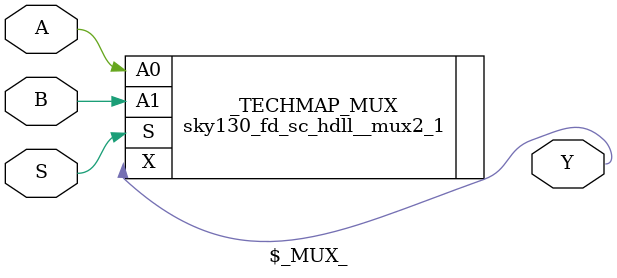
<source format=v>
module \$_MUX_ (
    output Y,
    input A,
    input B,
    input S
    );
  sky130_fd_sc_hdll__mux2_1 _TECHMAP_MUX (
      .X(Y),
      .A0(A),
      .A1(B),
      .S(S)
  );
endmodule

</source>
